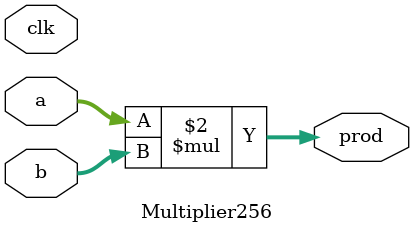
<source format=v>
module Multiplier256 #(
	parameter WIDTH = 256,
	parameter N = 2
)(
	input clk,
	input [WIDTH-1:0] a,b,
	output reg [2*WIDTH-1:0] prod
);

always @(clk) begin
	prod = a * b;
end



endmodule

</source>
